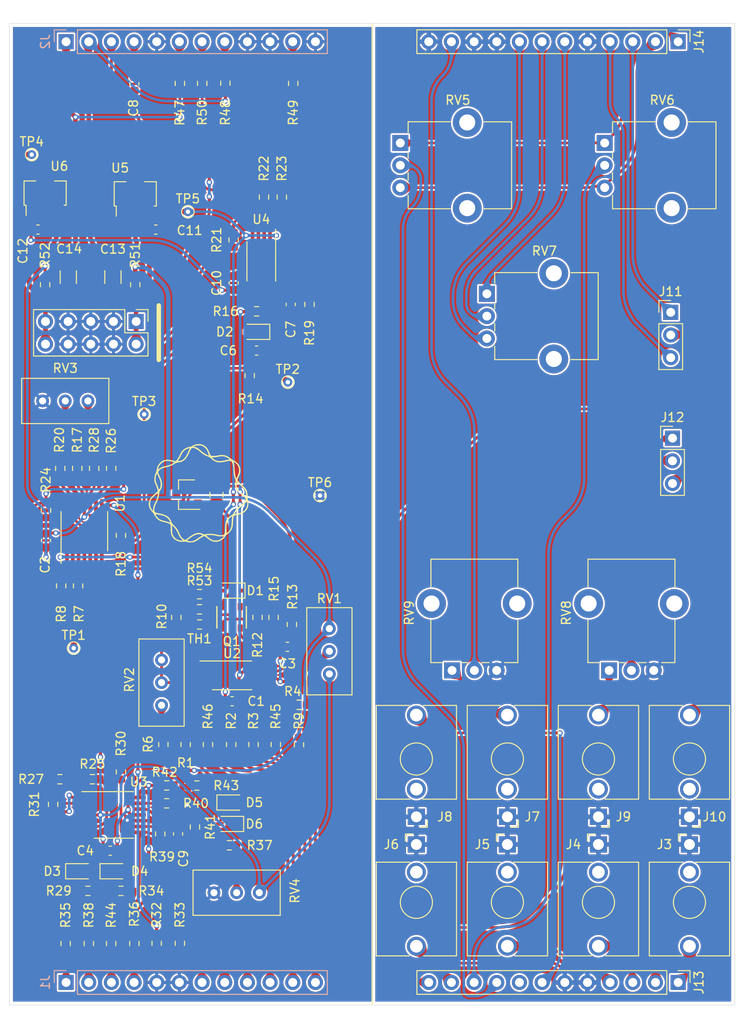
<source format=kicad_pcb>
(kicad_pcb (version 20211014) (generator pcbnew)

  (general
    (thickness 1.6)
  )

  (paper "A4")
  (layers
    (0 "F.Cu" signal)
    (31 "B.Cu" signal)
    (32 "B.Adhes" user "B.Adhesive")
    (33 "F.Adhes" user "F.Adhesive")
    (34 "B.Paste" user)
    (35 "F.Paste" user)
    (36 "B.SilkS" user "B.Silkscreen")
    (37 "F.SilkS" user "F.Silkscreen")
    (38 "B.Mask" user)
    (39 "F.Mask" user)
    (40 "Dwgs.User" user "User.Drawings")
    (41 "Cmts.User" user "User.Comments")
    (42 "Eco1.User" user "User.Eco1")
    (43 "Eco2.User" user "User.Eco2")
    (44 "Edge.Cuts" user)
    (45 "Margin" user)
    (46 "B.CrtYd" user "B.Courtyard")
    (47 "F.CrtYd" user "F.Courtyard")
    (48 "B.Fab" user)
    (49 "F.Fab" user)
  )

  (setup
    (stackup
      (layer "F.SilkS" (type "Top Silk Screen") (color "White"))
      (layer "F.Paste" (type "Top Solder Paste"))
      (layer "F.Mask" (type "Top Solder Mask") (color "Green") (thickness 0.01))
      (layer "F.Cu" (type "copper") (thickness 0.035))
      (layer "dielectric 1" (type "core") (thickness 1.51) (material "FR4") (epsilon_r 4.5) (loss_tangent 0.02))
      (layer "B.Cu" (type "copper") (thickness 0.035))
      (layer "B.Mask" (type "Bottom Solder Mask") (color "Green") (thickness 0.01))
      (layer "B.Paste" (type "Bottom Solder Paste"))
      (layer "B.SilkS" (type "Bottom Silk Screen") (color "White"))
      (copper_finish "ENIG")
      (dielectric_constraints no)
    )
    (pad_to_mask_clearance 0.05)
    (solder_mask_min_width 0.2)
    (grid_origin 100 140)
    (pcbplotparams
      (layerselection 0x00010fc_ffffffff)
      (disableapertmacros false)
      (usegerberextensions false)
      (usegerberattributes true)
      (usegerberadvancedattributes true)
      (creategerberjobfile true)
      (svguseinch false)
      (svgprecision 6)
      (excludeedgelayer true)
      (plotframeref false)
      (viasonmask false)
      (mode 1)
      (useauxorigin false)
      (hpglpennumber 1)
      (hpglpenspeed 20)
      (hpglpendiameter 15.000000)
      (dxfpolygonmode true)
      (dxfimperialunits true)
      (dxfusepcbnewfont true)
      (psnegative false)
      (psa4output false)
      (plotreference true)
      (plotvalue true)
      (plotinvisibletext false)
      (sketchpadsonfab false)
      (subtractmaskfromsilk false)
      (outputformat 1)
      (mirror false)
      (drillshape 1)
      (scaleselection 1)
      (outputdirectory "")
    )
  )

  (net 0 "")
  (net 1 "-12V")
  (net 2 "+12V")
  (net 3 "Net-(C3-Pad2)")
  (net 4 "Net-(C3-Pad1)")
  (net 5 "Net-(C5-Pad2)")
  (net 6 "Net-(C5-Pad1)")
  (net 7 "Net-(C6-Pad2)")
  (net 8 "Net-(C6-Pad1)")
  (net 9 "Net-(C7-Pad2)")
  (net 10 "/SOFT_SYNC")
  (net 11 "/HARD_SYNC")
  (net 12 "Net-(C9-Pad2)")
  (net 13 "Net-(C9-Pad1)")
  (net 14 "Net-(D1-Pad2)")
  (net 15 "Net-(D1-Pad1)")
  (net 16 "Net-(D3-Pad2)")
  (net 17 "Net-(D3-Pad1)")
  (net 18 "Net-(D4-Pad2)")
  (net 19 "GND")
  (net 20 "Net-(D5-Pad1)")
  (net 21 "/FM")
  (net 22 "/PWM_IN")
  (net 23 "/EXP_FM")
  (net 24 "/FINE")
  (net 25 "/COARSE")
  (net 26 "/POT_N")
  (net 27 "/VOCT2")
  (net 28 "/PMW_POT")
  (net 29 "/VOCT")
  (net 30 "/POT_P")
  (net 31 "/PULSE")
  (net 32 "/SINE")
  (net 33 "/TRI")
  (net 34 "/SAW")
  (net 35 "Net-(Q1-Pad1)")
  (net 36 "Net-(R1-Pad2)")
  (net 37 "Net-(R4-Pad2)")
  (net 38 "Net-(R6-Pad1)")
  (net 39 "Net-(R7-Pad1)")
  (net 40 "Net-(R10-Pad2)")
  (net 41 "Net-(R17-Pad1)")
  (net 42 "Net-(R18-Pad2)")
  (net 43 "Net-(R18-Pad1)")
  (net 44 "Net-(R20-Pad2)")
  (net 45 "Net-(R21-Pad2)")
  (net 46 "Net-(R24-Pad2)")
  (net 47 "Net-(R26-Pad2)")
  (net 48 "Net-(R27-Pad2)")
  (net 49 "Net-(R28-Pad1)")
  (net 50 "Net-(R31-Pad2)")
  (net 51 "Net-(R32-Pad2)")
  (net 52 "Net-(R32-Pad1)")
  (net 53 "Net-(R37-Pad2)")
  (net 54 "Net-(R40-Pad2)")
  (net 55 "Net-(R42-Pad2)")
  (net 56 "-VDC")
  (net 57 "+VDC")
  (net 58 "Net-(P2-Pad10)")
  (net 59 "Net-(P2-Pad1)")
  (net 60 "Net-(R10-Pad1)")
  (net 61 "GND1")
  (net 62 "/UI/SAW_UI")
  (net 63 "unconnected-(J3-PadTN)")
  (net 64 "/UI/TRI_UI")
  (net 65 "unconnected-(J4-PadTN)")
  (net 66 "/UI/SINE_UI")
  (net 67 "unconnected-(J5-PadTN)")
  (net 68 "/UI/PULSE_UI")
  (net 69 "unconnected-(J6-PadTN)")
  (net 70 "Net-(J7-PadT)")
  (net 71 "unconnected-(J7-PadTN)")
  (net 72 "/UI/VOCT_UI")
  (net 73 "unconnected-(J8-PadTN)")
  (net 74 "Net-(J9-PadT)")
  (net 75 "unconnected-(J9-PadTN)")
  (net 76 "Net-(J10-PadT)")
  (net 77 "unconnected-(J10-PadTN)")
  (net 78 "/UI/HARD_SYNC_UI")
  (net 79 "/UI/SOFT_SYNC_UI")
  (net 80 "/UI/EXP_FM_UI")
  (net 81 "Net-(J12-Pad2)")
  (net 82 "/UI/FM_UI")
  (net 83 "/UI/VOCT2_UI")
  (net 84 "/UI/COARSE_UI")
  (net 85 "/UI/FINE_UI")
  (net 86 "+VSW")
  (net 87 "-VSW")
  (net 88 "/UI/POT_P_UI")
  (net 89 "/UI/PMW_POT_UI")
  (net 90 "/UI/POT_N_UI")
  (net 91 "/UI/PWM_IN_UI")

  (footprint "Capacitor_SMD:C_0603_1608Metric" (layer "F.Cu") (at 124.95 105.95 180))

  (footprint "Capacitor_SMD:C_0603_1608Metric" (layer "F.Cu") (at 104.1 87.9375 90))

  (footprint "Capacitor_SMD:C_0603_1608Metric" (layer "F.Cu") (at 131.15 99.85))

  (footprint "Capacitor_SMD:C_0603_1608Metric" (layer "F.Cu") (at 111.3 122.7))

  (footprint "Capacitor_SMD:C_0805_2012Metric" (layer "F.Cu") (at 123.2 82.8 -90))

  (footprint "Capacitor_SMD:C_0603_1608Metric" (layer "F.Cu") (at 127.7 66.6625 180))

  (footprint "Capacitor_SMD:C_0603_1608Metric" (layer "F.Cu") (at 131.525 61.4875 90))

  (footprint "Capacitor_SMD:C_0603_1608Metric" (layer "F.Cu") (at 114 36.775 90))

  (footprint "Diode_SMD:D_SOD-323" (layer "F.Cu") (at 124.9 93.55 180))

  (footprint "Diode_SMD:D_SOD-323" (layer "F.Cu") (at 127.675 64.5625 180))

  (footprint "Diode_SMD:D_SOD-323" (layer "F.Cu") (at 107.8 125))

  (footprint "Diode_SMD:D_SOD-323" (layer "F.Cu") (at 111.65 125))

  (footprint "Diode_SMD:D_SOD-323" (layer "F.Cu") (at 124.75 117.3))

  (footprint "Diode_SMD:D_SOD-323" (layer "F.Cu") (at 124.75 119.7 180))

  (footprint "project_oscillator:SOT-457, SC-74" (layer "F.Cu") (at 124.9 96.55 -90))

  (footprint "Package_TO_SOT_SMD:SC-59" (layer "F.Cu") (at 119.9 82.8 180))

  (footprint "Resistor_SMD:R_0603_1608Metric" (layer "F.Cu") (at 119.75 110.8 90))

  (footprint "Resistor_SMD:R_0603_1608Metric" (layer "F.Cu") (at 127.35 110.8 90))

  (footprint "Resistor_SMD:R_0603_1608Metric" (layer "F.Cu") (at 117.25 110.8 -90))

  (footprint "Resistor_SMD:R_0603_1608Metric" (layer "F.Cu") (at 132.45 110.825 -90))

  (footprint "Resistor_SMD:R_0603_1608Metric" (layer "F.Cu") (at 127.8 96.55 90))

  (footprint "Resistor_SMD:R_0603_1608Metric" (layer "F.Cu") (at 131.65 97.35 -90))

  (footprint "Resistor_SMD:R_0603_1608Metric" (layer "F.Cu") (at 126.925 69.4625 -90))

  (footprint "Resistor_SMD:R_0603_1608Metric" (layer "F.Cu") (at 129.6 96.55 -90))

  (footprint "Resistor_SMD:R_0603_1608Metric" (layer "F.Cu") (at 107.6 79.8625 -90))

  (footprint "Resistor_SMD:R_0603_1608Metric" (layer "F.Cu") (at 133.625 61.4875 -90))

  (footprint "Resistor_SMD:R_0603_1608Metric" (layer "F.Cu") (at 105.7 79.8625 90))

  (footprint "Resistor_SMD:R_0603_1608Metric" (layer "F.Cu") (at 125.125 54.2625 90))

  (footprint "Resistor_SMD:R_0603_1608Metric" (layer "F.Cu") (at 128.525 49.4625 90))

  (footprint "Resistor_SMD:R_0603_1608Metric" (layer "F.Cu") (at 130.525 49.4625 -90))

  (footprint "Resistor_SMD:R_0603_1608Metric" (layer "F.Cu") (at 104.1 84.5625 90))

  (footprint "Resistor_SMD:R_0603_1608Metric" (layer "F.Cu") (at 109.3 114.6875))

  (footprint "Resistor_SMD:R_0603_1608Metric" (layer "F.Cu") (at 111.4 79.8625 -90))

  (footprint "Resistor_SMD:R_0603_1608Metric" (layer "F.Cu") (at 105.65 114.6875 180))

  (footprint "Resistor_SMD:R_0603_1608Metric" (layer "F.Cu") (at 109.5 79.8625 90))

  (footprint "Resistor_SMD:R_0603_1608Metric" (layer "F.Cu") (at 108.8 127.2))

  (footprint "Resistor_SMD:R_0603_1608Metric" (layer "F.Cu") (at 104.9 117.5125 -90))

  (footprint "Resistor_SMD:R_0603_1608Metric" (layer "F.Cu") (at 116.5 133.075 -90))

  (footprint "Resistor_SMD:R_0603_1608Metric" (layer "F.Cu") (at 119.1 133.075 90))

  (footprint "Resistor_SMD:R_0603_1608Metric" (layer "F.Cu") (at 112.5 127.2))

  (footprint "Resistor_SMD:R_0603_1608Metric" (layer "F.Cu") (at 106.3 133.1 -90))

  (footprint "Resistor_SMD:R_0603_1608Metric" (layer "F.Cu") (at 114 133.1 -90))

  (footprint "Resistor_SMD:R_0603_1608Metric" (layer "F.Cu") (at 124.645841 122.094882))

  (footprint "Resistor_SMD:R_0603_1608Metric" (layer "F.Cu") (at 108.9 133.1 -90))

  (footprint "Resistor_SMD:R_0603_1608Metric" (layer "F.Cu") (at 116.9 120.8125 90))

  (footprint "Resistor_SMD:R_0603_1608Metric" (layer "F.Cu") (at 117.625 117.3875 180))

  (footprint "Resistor_SMD:R_0603_1608Metric" (layer "F.Cu") (at 120.788658 120.037851 -90))

  (footprint "Resistor_SMD:R_0603_1608Metric" (layer "F.Cu") (at 117.625 115.3875 180))

  (footprint "Resistor_SMD:R_0603_1608Metric" (layer "F.Cu") (at 121 115.4))

  (footprint "Resistor_SMD:R_0603_1608Metric" (layer "F.Cu") (at 111.4 133.1 -90))

  (footprint "Resistor_SMD:R_0603_1608Metric" (layer "F.Cu") (at 129.85 110.8 90))

  (footprint "Resistor_SMD:R_0603_1608Metric" (layer "F.Cu") (at 122.25 110.8 90))

  (footprint "Resistor_SMD:R_0603_1608Metric" (layer "F.Cu") (at 119.1 36.725 -90))

  (footprint "Resistor_SMD:R_0603_1608Metric" (layer "F.Cu") (at 124.2 36.7 -90))

  (footprint "Resistor_SMD:R_0603_1608Metric" (layer "F.Cu") (at 131.8 36.725 -90))

  (footprint "Potentiometer_THT:Potentiometer_Bourns_3296W_Vertical" (layer "F.Cu") (at 135.85 97.81 90))

  (footprint "Potentiometer_THT:Potentiometer_Bourns_3296W_Vertical" (layer "F.Cu") (at 117.05 106.4 -90))

  (footprint "Potentiometer_THT:Potentiometer_Bourns_3296W_Vertical" (layer "F.Cu") (at 128 127.4))

  (footprint "Package_SO:TSSOP-14_4.4x5mm_P0.65mm" (layer "F.Cu") (at 108.4 86.9 90))

  (footprint "Package_SO:TSSOP-14_4.4x5mm_P0.65mm" (layer "F.Cu") (at 111.7 118.6875))

  (footprint "Package_SO:TSSOP-8_4.4x3mm_P0.65mm" (layer "F.Cu")
    (tedit 5E476F32) (tstamp 00000000-0000-0000-0000-00005fdfcc9e)
    (at 128.225 56.6625 -90)
    (descr "TSSOP, 8 Pin (JEDEC MO-153 Var AA https://www.jedec.org/document_search?search_api_views_fulltext=MO-153), generated with kicad-footprint-generator ipc_gullwing_generator.py")
    (tags "TSSOP SO")
    (property "Sheetfile" "C:/Users/dabon/Documents/Modular/Hardware/modular-oscillator/oscillator.sch")
    (property "Sheetname" "")
    (attr smd)
    (fp_text reference "U4" (at -4.7 0) (layer "F.SilkS")
      (effects (font (size 1 1) (thickness 0.15)))
      (tstamp dde51ae5-b215-445e-92bb-4a12ec410531)
    )
    (fp_text value "LM311" (at 0 2.45 90) (layer "F.Fab")
      (effects (font (size 1 1) (thickness 0.15)))
      (tstamp 7599133e-c681-4202-85d9-c20dac196c64)
    )
    (fp_text user "${REFERENCE}" (at 0 0 90) (layer "F.Fab")
      (effects (font (size 1 1) (thickness 0.15)))
      (tstamp 8a650ebf-3f78-4ca4-a26b-a5028693e36d)
    )
    (fp_line (start 0 1.61) (end -2.2 1.61) (layer "F.SilkS") (width 0.12) (tstamp 0755aee5-bc01-4cb5-b830-583289df50a3))
    (fp_line (start 0 -1.61) (end 2.2 -1.61) (layer "F.SilkS") (width 0.12) (tstamp 4a21e717-d46d-4d9e-8b98-af4ecb02d3ec))
    (fp_line (start 0 1.61) (end 2.2 1.61) (layer "F.SilkS") (width 0.12) (tstamp 4fb21471-41be-4be8-9687-66030f97befc))
    (fp_line (start 0 -1.61) (end -3.6 -1.61) (layer "F.SilkS") (width 0.12) (tstamp ec31c074-17b2-48e1-ab01-071acad3fa04))
    (fp_line (start -3.85 1.75) (end 3.85 1.75) (layer "F.CrtYd") (width 0.05) (tstamp 01e9b6e7-adf9-4ee7-9447-a588630ee4a2))
    (fp_line (start -3.85 -1.75) (end -3.85 1.75) (layer "F.CrtYd") (width 0.05) (tstamp 4f66b314-0f62-4fb6-8c3c-f9c6a75cd3ec))
    (fp_line (start 3.85 -1.75) (end -3.85 -1.75) (layer "F.CrtYd") (width 0.05) (tstamp 7d928d56-093a-4ca8-aed1-414b7e703b45))
    (fp_line (start 3.85 1.75) (end 3.85 -1.75) (layer "F.CrtYd") (width 0.05) (tstamp ca87f11b-5f48-4b57-8535-68d3ec2fe5a9))
    (fp_line (start -2.2 1.5) (end -2.2 -0.75) (layer "F.Fab") (width 0.1) (tstamp 16bd6381-8ac0-4bf2-9dce-ecc20c724b8d))
    (fp_line (start -1.45 -1.5) (end 2.2 -1.5) (layer "F.Fab") (width 0.1) (tstamp 60
... [3731764 chars truncated]
</source>
